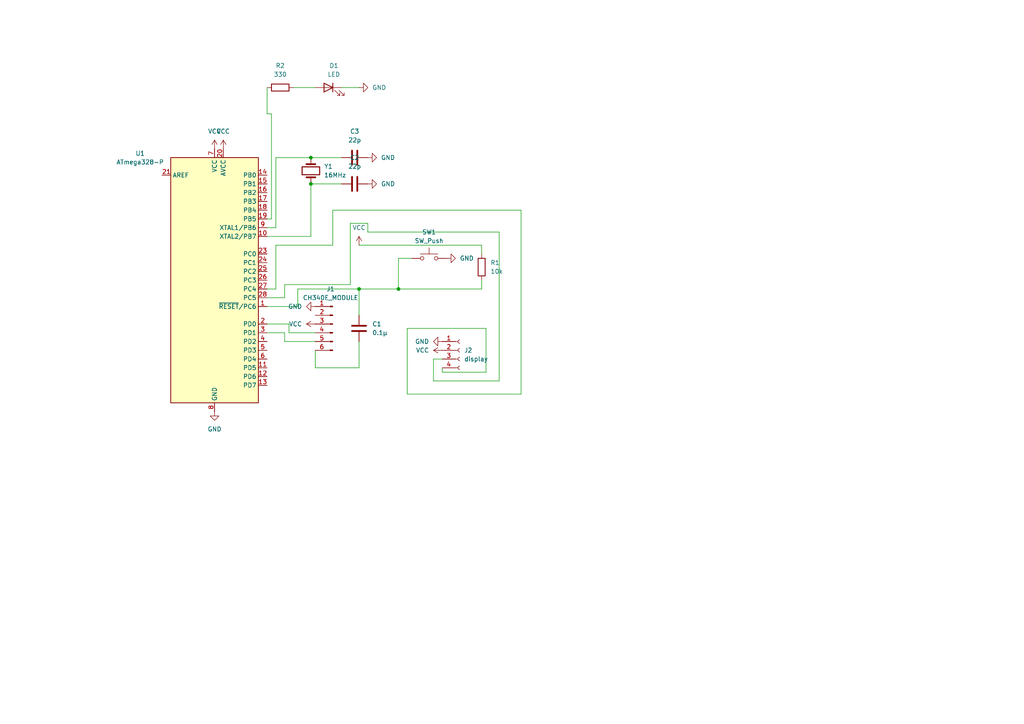
<source format=kicad_sch>
(kicad_sch (version 20231120) (generator "eeschema") (generator_version "8.0")
  (paper "A4")
  (lib_symbols
    (symbol "Connector:Conn_01x04_Socket" (pin_names (offset 1.016) hide)
      (property "Reference" "J" (at 0 5.08 0))
      (property "Value" "Conn_01x04_Socket" (at 0 -7.62 0))
      (symbol "Conn_01x04_Socket_1_1"
        (arc (start 0 -4.572) (mid -0.5058 -5.08) (end 0 -5.588) (stroke (width 0.1524)))
        (arc (start 0 -2.032) (mid -0.5058 -2.54) (end 0 -3.048) (stroke (width 0.1524)))
        (polyline (pts (xy -1.27 -5.08) (xy -0.508 -5.08)) (stroke (width 0.1524)))
        (polyline (pts (xy -1.27 -2.54) (xy -0.508 -2.54)) (stroke (width 0.1524)))
        (polyline (pts (xy -1.27 0) (xy -0.508 0)) (stroke (width 0.1524)))
        (polyline (pts (xy -1.27 2.54) (xy -0.508 2.54)) (stroke (width 0.1524)))
        (arc (start 0 0.508) (mid -0.5058 0) (end 0 -0.508) (stroke (width 0.1524)))
        (arc (start 0 3.048) (mid -0.5058 2.54) (end 0 2.032) (stroke (width 0.1524)))
        (pin passive line (at -5.08 2.54 0) (length 3.81) (name "Pin_1") (number "1"))
        (pin passive line (at -5.08 0 0) (length 3.81) (name "Pin_2") (number "2"))
        (pin passive line (at -5.08 -2.54 0) (length 3.81) (name "Pin_3") (number "3"))
        (pin passive line (at -5.08 -5.08 0) (length 3.81) (name "Pin_4") (number "4"))
      )
    )
    (symbol "Connector:Conn_01x06_Pin" (pin_names (offset 1.016) hide)
      (property "Reference" "J" (at 0 7.62 0))
      (property "Value" "Conn_01x06_Pin" (at 0 -10.16 0))
      (symbol "Conn_01x06_Pin_1_1"
        (polyline (pts (xy 1.27 -7.62) (xy 0.8636 -7.62)) (stroke (width 0.1524)))
        (polyline (pts (xy 1.27 -5.08) (xy 0.8636 -5.08)) (stroke (width 0.1524)))
        (polyline (pts (xy 1.27 -2.54) (xy 0.8636 -2.54)) (stroke (width 0.1524)))
        (polyline (pts (xy 1.27 0) (xy 0.8636 0)) (stroke (width 0.1524)))
        (polyline (pts (xy 1.27 2.54) (xy 0.8636 2.54)) (stroke (width 0.1524)))
        (polyline (pts (xy 1.27 5.08) (xy 0.8636 5.08)) (stroke (width 0.1524)))
        (rectangle (start 0.8636 -7.493) (end 0 -7.747) (stroke (width 0.1524)) (fill (type outline)))
        (rectangle (start 0.8636 -4.953) (end 0 -5.207) (stroke (width 0.1524)) (fill (type outline)))
        (rectangle (start 0.8636 -2.413) (end 0 -2.667) (stroke (width 0.1524)) (fill (type outline)))
        (rectangle (start 0.8636 0.127) (end 0 -0.127) (stroke (width 0.1524)) (fill (type outline)))
        (rectangle (start 0.8636 2.667) (end 0 2.413) (stroke (width 0.1524)) (fill (type outline)))
        (rectangle (start 0.8636 5.207) (end 0 4.953) (stroke (width 0.1524)) (fill (type outline)))
        (pin passive line (at 5.08 5.08 180) (length 3.81) (name "Pin_1") (number "1"))
        (pin passive line (at 5.08 2.54 180) (length 3.81) (name "Pin_2") (number "2"))
        (pin passive line (at 5.08 0 180) (length 3.81) (name "Pin_3") (number "3"))
        (pin passive line (at 5.08 -2.54 180) (length 3.81) (name "Pin_4") (number "4"))
        (pin passive line (at 5.08 -5.08 180) (length 3.81) (name "Pin_5") (number "5"))
        (pin passive line (at 5.08 -7.62 180) (length 3.81) (name "Pin_6") (number "6"))
      )
    )
    (symbol "Device:C" (pin_numbers hide) (pin_names (offset 0.254))
      (property "Reference" "C" (at 0.635 2.54 0))
      (property "Value" "C" (at 0.635 -2.54 0))
      (symbol "C_0_1"
        (polyline (pts (xy -2.032 -0.762) (xy 2.032 -0.762)) (stroke (width 0.508)))
        (polyline (pts (xy -2.032 0.762) (xy 2.032 0.762)) (stroke (width 0.508)))
      )
      (symbol "C_1_1"
        (pin passive line (at 0 3.81 270) (length 2.794) (name "~") (number "1"))
        (pin passive line (at 0 -3.81 90) (length 2.794) (name "~") (number "2"))
      )
    )
    (symbol "Device:Crystal" (pin_numbers hide) (pin_names (offset 1.016) hide)
      (property "Reference" "Y" (at 0 3.81 0))
      (property "Value" "Crystal" (at 0 -3.81 0))
      (symbol "Crystal_0_1"
        (rectangle (start -1.143 2.54) (end 1.143 -2.54) (stroke (width 0.3048)))
        (polyline (pts (xy -2.54 0) (xy -1.905 0)))
        (polyline (pts (xy -1.905 -1.27) (xy -1.905 1.27)) (stroke (width 0.508)))
        (polyline (pts (xy 1.905 -1.27) (xy 1.905 1.27)) (stroke (width 0.508)))
        (polyline (pts (xy 2.54 0) (xy 1.905 0)))
      )
      (symbol "Crystal_1_1"
        (pin passive line (at -3.81 0 0) (length 1.27) (name "1") (number "1"))
        (pin passive line (at 3.81 0 180) (length 1.27) (name "2") (number "2"))
      )
    )
    (symbol "Device:LED" (pin_numbers hide) (pin_names (offset 1.016) hide)
      (property "Reference" "D" (at 0 2.54 0))
      (property "Value" "LED" (at 0 -2.54 0))
      (symbol "LED_0_1"
        (polyline (pts (xy -1.27 -1.27) (xy -1.27 1.27)) (stroke (width 0.254)))
        (polyline (pts (xy -1.27 0) (xy 1.27 0)))
        (polyline (pts (xy 1.27 -1.27) (xy 1.27 1.27) (xy -1.27 0) (xy 1.27 -1.27)) (stroke (width 0.254)))
        (polyline (pts (xy -3.048 -0.762) (xy -4.572 -2.286) (xy -3.81 -2.286) (xy -4.572 -2.286) (xy -4.572 -1.524)))
        (polyline (pts (xy -1.778 -0.762) (xy -3.302 -2.286) (xy -2.54 -2.286) (xy -3.302 -2.286) (xy -3.302 -1.524)))
      )
      (symbol "LED_1_1"
        (pin passive line (at -3.81 0 0) (length 2.54) (name "K") (number "1"))
        (pin passive line (at 3.81 0 180) (length 2.54) (name "A") (number "2"))
      )
    )
    (symbol "Device:R" (pin_numbers hide) (pin_names (offset 0))
      (property "Reference" "R" (at 2.032 0 90))
      (property "Value" "R" (at 0 0 90))
      (symbol "R_0_1"
        (rectangle (start -1.016 -2.54) (end 1.016 2.54) (stroke (width 0.254)))
      )
      (symbol "R_1_1"
        (pin passive line (at 0 3.81 270) (length 1.27) (name "~") (number "1"))
        (pin passive line (at 0 -3.81 90) (length 1.27) (name "~") (number "2"))
      )
    )
    (symbol "MCU_Microchip_ATmega:ATmega328-P"
      (property "Reference" "U" (at -12.7 36.83 0))
      (property "Value" "ATmega328-P" (at 2.54 -36.83 0))
      (symbol "ATmega328-P_0_1"
        (rectangle (start -12.7 -35.56) (end 12.7 35.56) (stroke (width 0.254)) (fill (type background)))
      )
      (symbol "ATmega328-P_1_1"
        (pin bidirectional line (at 15.24 -7.62 180) (length 2.54) (name "~{RESET}/PC6") (number "1"))
        (pin bidirectional line (at 15.24 12.7 180) (length 2.54) (name "XTAL2/PB7") (number "10"))
        (pin bidirectional line (at 15.24 -25.4 180) (length 2.54) (name "PD5") (number "11"))
        (pin bidirectional line (at 15.24 -27.94 180) (length 2.54) (name "PD6") (number "12"))
        (pin bidirectional line (at 15.24 -30.48 180) (length 2.54) (name "PD7") (number "13"))
        (pin bidirectional line (at 15.24 30.48 180) (length 2.54) (name "PB0") (number "14"))
        (pin bidirectional line (at 15.24 27.94 180) (length 2.54) (name "PB1") (number "15"))
        (pin bidirectional line (at 15.24 25.4 180) (length 2.54) (name "PB2") (number "16"))
        (pin bidirectional line (at 15.24 22.86 180) (length 2.54) (name "PB3") (number "17"))
        (pin bidirectional line (at 15.24 20.32 180) (length 2.54) (name "PB4") (number "18"))
        (pin bidirectional line (at 15.24 17.78 180) (length 2.54) (name "PB5") (number "19"))
        (pin bidirectional line (at 15.24 -12.7 180) (length 2.54) (name "PD0") (number "2"))
        (pin power_in line (at 2.54 38.1 270) (length 2.54) (name "AVCC") (number "20"))
        (pin passive line (at -15.24 30.48 0) (length 2.54) (name "AREF") (number "21"))
        (pin passive line (at 0 -38.1 90) (length 2.54) hide (name "GND") (number "22"))
        (pin bidirectional line (at 15.24 7.62 180) (length 2.54) (name "PC0") (number "23"))
        (pin bidirectional line (at 15.24 5.08 180) (length 2.54) (name "PC1") (number "24"))
        (pin bidirectional line (at 15.24 2.54 180) (length 2.54) (name "PC2") (number "25"))
        (pin bidirectional line (at 15.24 0 180) (length 2.54) (name "PC3") (number "26"))
        (pin bidirectional line (at 15.24 -2.54 180) (length 2.54) (name "PC4") (number "27"))
        (pin bidirectional line (at 15.24 -5.08 180) (length 2.54) (name "PC5") (number "28"))
        (pin bidirectional line (at 15.24 -15.24 180) (length 2.54) (name "PD1") (number "3"))
        (pin bidirectional line (at 15.24 -17.78 180) (length 2.54) (name "PD2") (number "4"))
        (pin bidirectional line (at 15.24 -20.32 180) (length 2.54) (name "PD3") (number "5"))
        (pin bidirectional line (at 15.24 -22.86 180) (length 2.54) (name "PD4") (number "6"))
        (pin power_in line (at 0 38.1 270) (length 2.54) (name "VCC") (number "7"))
        (pin power_in line (at 0 -38.1 90) (length 2.54) (name "GND") (number "8"))
        (pin bidirectional line (at 15.24 15.24 180) (length 2.54) (name "XTAL1/PB6") (number "9"))
      )
    )
    (symbol "Switch:SW_Push" (pin_numbers hide) (pin_names (offset 1.016) hide)
      (property "Reference" "SW" (at 1.27 2.54 0))
      (property "Value" "SW_Push" (at 0 -1.524 0))
      (symbol "SW_Push_0_1"
        (circle (center -2.032 0) (radius 0.508))
        (polyline (pts (xy 0 1.27) (xy 0 3.048)))
        (polyline (pts (xy 2.54 1.27) (xy -2.54 1.27)))
        (circle (center 2.032 0) (radius 0.508))
        (pin passive line (at -5.08 0 0) (length 2.54) (name "1") (number "1"))
        (pin passive line (at 5.08 0 180) (length 2.54) (name "2") (number "2"))
      )
    )
    (symbol "power:GND" (power) (pin_numbers hide) (pin_names (offset 0) hide)
      (property "Value" "GND" (at 0 -3.81 0))
      (symbol "GND_0_1"
        (polyline (pts (xy 0 0) (xy 0 -1.27) (xy 1.27 -1.27) (xy 0 -2.54) (xy -1.27 -1.27) (xy 0 -1.27)))
      )
      (symbol "GND_1_1"
        (pin power_in line (at 0 0 270) (length 0) (name "~") (number "1"))
      )
    )
    (symbol "power:VCC" (power) (pin_numbers hide) (pin_names (offset 0) hide)
      (property "Value" "VCC" (at 0 3.556 0))
      (symbol "VCC_0_1"
        (polyline (pts (xy -0.762 1.27) (xy 0 2.54)))
        (polyline (pts (xy 0 0) (xy 0 2.54)))
        (polyline (pts (xy 0 2.54) (xy 0.762 1.27)))
      )
      (symbol "VCC_1_1"
        (pin power_in line (at 0 0 90) (length 0) (name "~") (number "1"))
      )
    )
  )
  (junction (at 90.17 45.72))
  (junction (at 115.57 83.82))
  (junction (at 90.17 53.34))
  (junction (at 104.14 83.82))
  (wire (pts (xy 140.97 107.95) (xy 128.27 107.95)))
  (wire (pts (xy 128.27 107.95) (xy 128.27 106.68)))
  (wire (pts (xy 86.36 83.82) (xy 86.36 88.9)))
  (wire (pts (xy 139.7 83.82) (xy 115.57 83.82)))
  (wire (pts (xy 139.7 71.12) (xy 104.14 71.12)))
  (wire (pts (xy 96.52 60.96) (xy 151.13 60.96)))
  (wire (pts (xy 151.13 60.96) (xy 151.13 114.3)))
  (wire (pts (xy 90.17 45.72) (xy 80.01 45.72)))
  (wire (pts (xy 82.55 99.06) (xy 91.44 99.06)))
  (wire (pts (xy 90.17 45.72) (xy 99.06 45.72)))
  (wire (pts (xy 101.6 82.55) (xy 82.55 82.55)))
  (wire (pts (xy 125.73 110.49) (xy 125.73 104.14)))
  (wire (pts (xy 78.74 33.02) (xy 77.47 33.02)))
  (wire (pts (xy 82.55 96.52) (xy 82.55 99.06)))
  (wire (pts (xy 80.01 45.72) (xy 80.01 66.04)))
  (wire (pts (xy 90.17 68.58) (xy 77.47 68.58)))
  (wire (pts (xy 83.82 93.98) (xy 83.82 96.52)))
  (wire (pts (xy 77.47 63.5) (xy 78.74 63.5)))
  (wire (pts (xy 83.82 96.52) (xy 91.44 96.52)))
  (wire (pts (xy 125.73 110.49) (xy 144.78 110.49)))
  (wire (pts (xy 104.14 91.44) (xy 104.14 83.82)))
  (wire (pts (xy 96.52 71.12) (xy 96.52 60.96)))
  (wire (pts (xy 139.7 71.12) (xy 139.7 73.66)))
  (wire (pts (xy 86.36 88.9) (xy 77.47 88.9)))
  (wire (pts (xy 80.01 71.12) (xy 96.52 71.12)))
  (wire (pts (xy 119.38 74.93) (xy 115.57 74.93)))
  (wire (pts (xy 144.78 67.31) (xy 106.68 67.31)))
  (wire (pts (xy 118.11 95.25) (xy 118.11 114.3)))
  (wire (pts (xy 90.17 53.34) (xy 90.17 68.58)))
  (wire (pts (xy 82.55 86.36) (xy 77.47 86.36)))
  (wire (pts (xy 125.73 104.14) (xy 128.27 104.14)))
  (wire (pts (xy 85.09 25.4) (xy 91.44 25.4)))
  (wire (pts (xy 106.68 67.31) (xy 106.68 64.77)))
  (wire (pts (xy 77.47 25.4) (xy 77.47 33.02)))
  (wire (pts (xy 140.97 95.25) (xy 140.97 107.95)))
  (wire (pts (xy 151.13 114.3) (xy 118.11 114.3)))
  (wire (pts (xy 77.47 83.82) (xy 80.01 83.82)))
  (wire (pts (xy 90.17 53.34) (xy 99.06 53.34)))
  (wire (pts (xy 115.57 83.82) (xy 104.14 83.82)))
  (wire (pts (xy 115.57 74.93) (xy 115.57 83.82)))
  (wire (pts (xy 139.7 81.28) (xy 139.7 83.82)))
  (wire (pts (xy 80.01 83.82) (xy 80.01 71.12)))
  (wire (pts (xy 80.01 66.04) (xy 77.47 66.04)))
  (wire (pts (xy 91.44 106.68) (xy 104.14 106.68)))
  (wire (pts (xy 91.44 101.6) (xy 91.44 106.68)))
  (wire (pts (xy 144.78 110.49) (xy 144.78 67.31)))
  (wire (pts (xy 104.14 106.68) (xy 104.14 99.06)))
  (wire (pts (xy 101.6 64.77) (xy 101.6 82.55)))
  (wire (pts (xy 77.47 93.98) (xy 83.82 93.98)))
  (wire (pts (xy 78.74 63.5) (xy 78.74 33.02)))
  (wire (pts (xy 77.47 96.52) (xy 82.55 96.52)))
  (wire (pts (xy 106.68 64.77) (xy 101.6 64.77)))
  (wire (pts (xy 82.55 82.55) (xy 82.55 86.36)))
  (wire (pts (xy 104.14 83.82) (xy 86.36 83.82)))
  (wire (pts (xy 118.11 95.25) (xy 140.97 95.25)))
  (wire (pts (xy 99.06 25.4) (xy 104.14 25.4)))
  (symbol (lib_id "power:VCC") (at 62.23 43.18 0) (unit 1)
    (property "Reference" "#PWR02" (effects (hide yes)))
    (property "Value" "VCC" (at 62.23 38.1 0))
    (property "Description" "Power symbol creates a global label with name \"VCC\"" (effects (hide yes)))
  )
  (symbol (lib_id "power:GND") (at 91.44 88.9 270) (mirror x) (unit 1)
    (property "Reference" "#PWR04" (effects (hide yes)))
    (property "Value" "GND" (at 87.63 88.9001 90) (effects (justify right)))
    (property "Description" "Power symbol creates a global label with name \"GND\" , ground" (effects (hide yes)))
  )
  (symbol (lib_id "Device:C") (at 102.87 53.34 90) (unit 1)
    (property "Reference" "C2" (at 102.87 45.72 90))
    (property "Value" "22p" (at 102.87 48.26 90))
    (property "Footprint" "Capacitor_THT:C_Disc_D3.0mm_W2.0mm_P2.50mm" (effects (hide yes)))
    (property "Description" "Unpolarized capacitor" (effects (hide yes)))
  )
  (symbol (lib_id "Device:R") (at 81.28 25.4 90) (unit 1)
    (property "Reference" "R2" (at 81.28 19.05 90))
    (property "Value" "330" (at 81.28 21.59 90))
    (property "Footprint" "Resistor_THT:R_Axial_DIN0207_L6.3mm_D2.5mm_P10.16mm_Horizontal" (effects (hide yes)))
    (property "Description" "Resistor" (effects (hide yes)))
  )
  (symbol (lib_id "Connector:Conn_01x04_Socket") (at 133.35 101.6 0) (unit 1)
    (property "Reference" "J2" (at 134.62 101.5999 0) (effects (justify left)))
    (property "Value" "display" (at 134.62 104.1399 0) (effects (justify left)))
    (property "Footprint" "Connector_PinSocket_2.54mm:PinSocket_1x04_P2.54mm_Vertical" (effects (hide yes)))
    (property "Description" "Generic connector, single row, 01x04, script generated" (effects (hide yes)))
  )
  (symbol (lib_id "power:GND") (at 104.14 25.4 90) (unit 1)
    (property "Reference" "#PWR09" (effects (hide yes)))
    (property "Value" "GND" (at 107.95 25.3999 90) (effects (justify right)))
    (property "Description" "Power symbol creates a global label with name \"GND\" , ground" (effects (hide yes)))
  )
  (symbol (lib_id "MCU_Microchip_ATmega:ATmega328-P") (at 62.23 81.28 0) (unit 1)
    (property "Reference" "U1" (at 40.64 44.4814 0))
    (property "Value" "ATmega328-P" (at 40.64 47.0214 0))
    (property "Footprint" "Package_DIP:DIP-28_W7.62mm" (effects (hide yes)))
    (property "Datasheet" "http://ww1.microchip.com/downloads/en/DeviceDoc/ATmega328_P%20AVR%20MCU%20with%20picoPower%20Technology%20Data%20Sheet%2040001984A.pdf" (effects (hide yes)))
    (property "Description" "20MHz, 32kB Flash, 2kB SRAM, 1kB EEPROM, DIP-28" (effects (hide yes)))
  )
  (symbol (lib_id "power:VCC") (at 128.27 101.6 90) (mirror x) (unit 1)
    (property "Reference" "#PWR012" (effects (hide yes)))
    (property "Value" "VCC" (at 124.46 101.6001 90) (effects (justify left)))
    (property "Description" "Power symbol creates a global label with name \"VCC\"" (effects (hide yes)))
  )
  (symbol (lib_id "power:VCC") (at 104.14 71.12 0) (unit 1)
    (property "Reference" "#PWR05" (effects (hide yes)))
    (property "Value" "VCC" (at 104.14 66.04 0))
    (property "Description" "Power symbol creates a global label with name \"VCC\"" (effects (hide yes)))
  )
  (symbol (lib_id "Device:C") (at 102.87 45.72 90) (unit 1)
    (property "Reference" "C3" (at 102.87 38.1 90))
    (property "Value" "22p" (at 102.87 40.64 90))
    (property "Footprint" "Capacitor_THT:C_Disc_D3.0mm_W2.0mm_P2.50mm" (effects (hide yes)))
    (property "Description" "Unpolarized capacitor" (effects (hide yes)))
  )
  (symbol (lib_id "Switch:SW_Push") (at 124.46 74.93 0) (unit 1)
    (property "Reference" "SW1" (at 124.46 67.31 0))
    (property "Value" "SW_Push" (at 124.46 69.85 0))
    (property "Footprint" "Button_Switch_THT:SW_PUSH_6mm" (effects (hide yes)))
    (property "Description" "Push button switch, generic, two pins" (effects (hide yes)))
  )
  (symbol (lib_id "power:VCC") (at 64.77 43.18 0) (unit 1)
    (property "Reference" "#PWR08" (effects (hide yes)))
    (property "Value" "VCC" (at 64.77 38.1 0))
    (property "Description" "Power symbol creates a global label with name \"VCC\"" (effects (hide yes)))
  )
  (symbol (lib_id "power:GND") (at 106.68 45.72 90) (unit 1)
    (property "Reference" "#PWR06" (effects (hide yes)))
    (property "Value" "GND" (at 110.49 45.7199 90) (effects (justify right)))
    (property "Description" "Power symbol creates a global label with name \"GND\" , ground" (effects (hide yes)))
  )
  (symbol (lib_id "power:GND") (at 62.23 119.38 0) (unit 1)
    (property "Reference" "#PWR03" (effects (hide yes)))
    (property "Value" "GND" (at 62.23 124.46 0))
    (property "Description" "Power symbol creates a global label with name \"GND\" , ground" (effects (hide yes)))
  )
  (symbol (lib_id "Connector:Conn_01x06_Pin") (at 96.52 93.98 0) (mirror y) (unit 1)
    (property "Reference" "J1" (at 95.885 83.82 0))
    (property "Value" "CH340E_MODULE" (at 95.885 86.36 0))
    (property "Footprint" "Connector_PinHeader_2.54mm:PinHeader_1x06_P2.54mm_Vertical" (effects (hide yes)))
    (property "Description" "Generic connector, single row, 01x06, script generated" (effects (hide yes)))
  )
  (symbol (lib_id "power:GND") (at 106.68 53.34 90) (unit 1)
    (property "Reference" "#PWR07" (effects (hide yes)))
    (property "Value" "GND" (at 110.49 53.3399 90) (effects (justify right)))
    (property "Description" "Power symbol creates a global label with name \"GND\" , ground" (effects (hide yes)))
  )
  (symbol (lib_id "Device:R") (at 139.7 77.47 0) (unit 1)
    (property "Reference" "R1" (at 142.24 76.1999 0) (effects (justify left)))
    (property "Value" "10k" (at 142.24 78.7399 0) (effects (justify left)))
    (property "Footprint" "Resistor_THT:R_Axial_DIN0207_L6.3mm_D2.5mm_P10.16mm_Horizontal" (effects (hide yes)))
    (property "Description" "Resistor" (effects (hide yes)))
  )
  (symbol (lib_id "power:VCC") (at 91.44 93.98 90) (mirror x) (unit 1)
    (property "Reference" "#PWR01" (effects (hide yes)))
    (property "Value" "VCC" (at 87.63 93.9801 90) (effects (justify left)))
    (property "Description" "Power symbol creates a global label with name \"VCC\"" (effects (hide yes)))
  )
  (symbol (lib_id "Device:C") (at 104.14 95.25 0) (unit 1)
    (property "Reference" "C1" (at 107.95 93.9799 0) (effects (justify left)))
    (property "Value" "0.1μ" (at 107.95 96.5199 0) (effects (justify left)))
    (property "Footprint" "Capacitor_THT:C_Disc_D3.0mm_W2.0mm_P2.50mm" (effects (hide yes)))
    (property "Description" "Unpolarized capacitor" (effects (hide yes)))
  )
  (symbol (lib_id "power:GND") (at 128.27 99.06 270) (mirror x) (unit 1)
    (property "Reference" "#PWR011" (effects (hide yes)))
    (property "Value" "GND" (at 124.46 99.0601 90) (effects (justify right)))
    (property "Description" "Power symbol creates a global label with name \"GND\" , ground" (effects (hide yes)))
  )
  (symbol (lib_id "power:GND") (at 129.54 74.93 90) (unit 1)
    (property "Reference" "#PWR010" (effects (hide yes)))
    (property "Value" "GND" (at 133.35 74.9299 90) (effects (justify right)))
    (property "Description" "Power symbol creates a global label with name \"GND\" , ground" (effects (hide yes)))
  )
  (symbol (lib_id "Device:LED") (at 95.25 25.4 0) (mirror y) (unit 1)
    (property "Reference" "D1" (at 96.8375 19.05 0))
    (property "Value" "LED" (at 96.8375 21.59 0))
    (property "Footprint" "LED_THT:LED_D5.0mm" (effects (hide yes)))
    (property "Description" "Light emitting diode" (effects (hide yes)))
  )
  (symbol (lib_id "Device:Crystal") (at 90.17 49.53 270) (unit 1)
    (property "Reference" "Y1" (at 93.98 48.2599 90) (effects (justify left)))
    (property "Value" "16MHz" (at 93.98 50.7999 90) (effects (justify left)))
    (property "Footprint" "Crystal:Crystal_HC18-U_Vertical" (effects (hide yes)))
    (property "Description" "Two pin crystal" (effects (hide yes)))
  )
)
</source>
